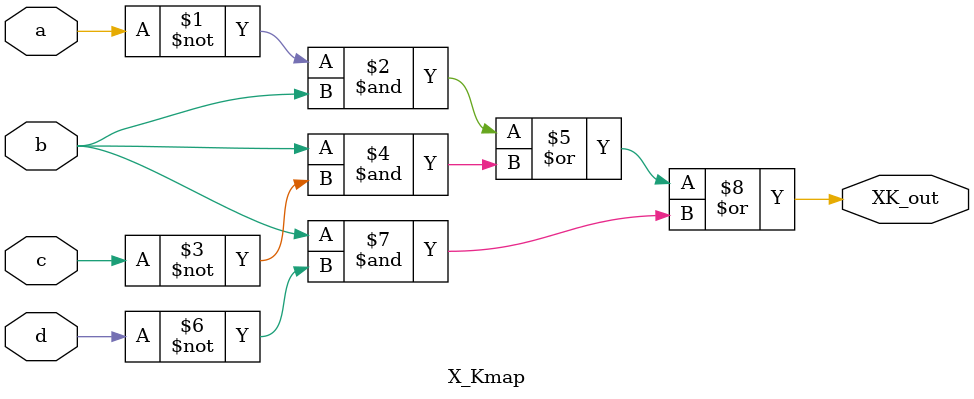
<source format=v>
`timescale 1ns / 1ps

module X_Kmap(
    input a,
    input b,
    input c,
    input d,
    output XK_out
    );
    
// X_Kmap = a'b + bc' + bd'
assign XK_out = (~a & b) | (b & ~c) | (b & ~d);

endmodule

</source>
